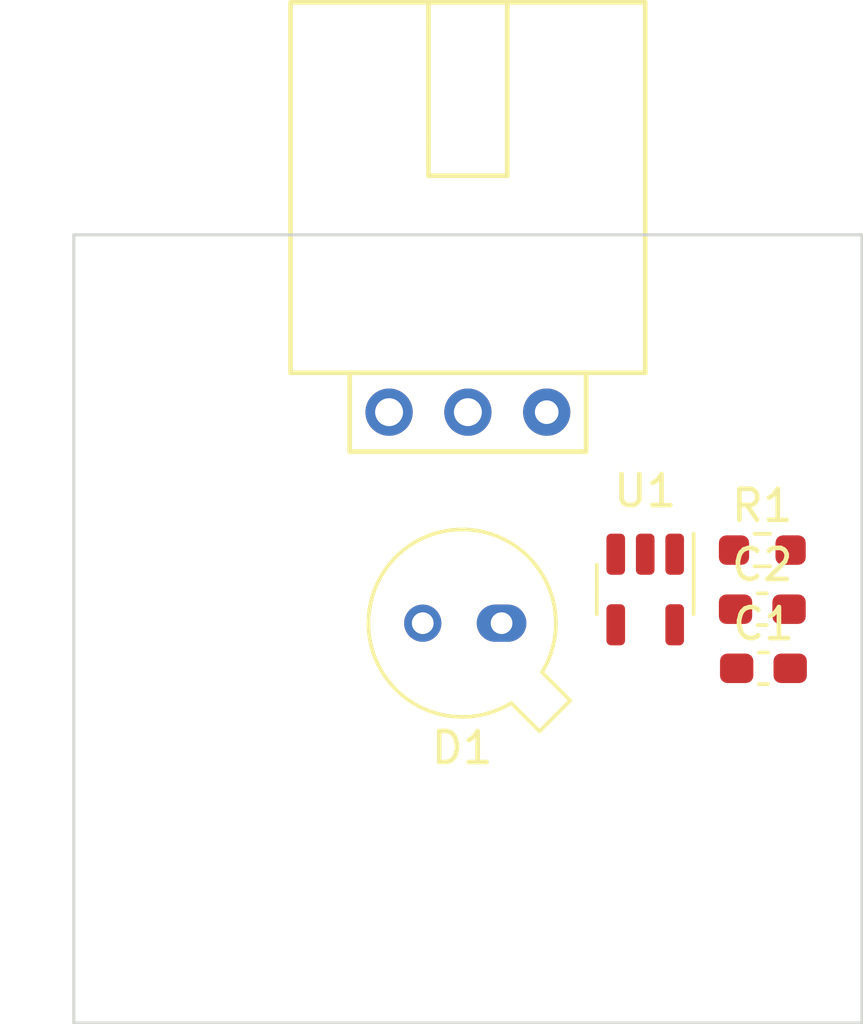
<source format=kicad_pcb>
(kicad_pcb (version 20211014) (generator pcbnew)
  (layers (0 "F.Cu" signal) (31 "B.Cu" signal) (34 "B.Paste" user) (35 "F.Paste" user) (36 "B.SilkS" user "B.Silkscreen") (37 "F.SilkS" user "F.Silkscreen") (38 "B.Mask" user) (39 "F.Mask" user) (44 "Edge.Cuts" user))
  (net 0 "")
  (net 1 "Net-(C1-Pad1)")
  (net 2 "Net-(C1-Pad2)")
  (net 3 "+5V")
  (net 4 "GND")
  (footprint "MRDT_Connectors:MOLEX_SL_03_Horizontal" (layer "F.Cu") (at 135.89 67.945)
    (fp_text reference "Conn1" hide)
    (fp_text value "Molex_SL_03")
    (fp_line (start 1.27 -8.89) (end 1.27 -7.62) (layer "F.SilkS") (width 0.15))
    (fp_line (start 8.255 -13.208) (end -3.175 -13.208) (layer "F.SilkS") (width 0.15))
    (fp_line (start 3.81 -7.62) (end 1.27 -7.62) (layer "F.SilkS") (width 0.15))
    (fp_line (start 6.35 -1.27) (end 6.35 1.27) (layer "F.SilkS") (width 0.15))
    (fp_line (start -3.175 -1.27) (end -3.175 -13.208) (layer "F.SilkS") (width 0.15))
    (fp_line (start 8.255 -1.27) (end -1.27 -1.27) (layer "F.SilkS") (width 0.15))
    (fp_line (start -1.27 1.27) (end -1.27 -1.27) (layer "F.SilkS") (width 0.15))
    (fp_line (start 8.255 -1.27) (end 8.255 -13.208) (layer "F.SilkS") (width 0.15))
    (fp_line (start 3.81 -13.208) (end 3.81 -7.62) (layer "F.SilkS") (width 0.15))
    (fp_line (start 1.27 -8.89) (end 1.27 -12.7) (layer "F.SilkS") (width 0.15))
    (fp_line (start 1.27 -13.208) (end 1.27 -12.7) (layer "F.SilkS") (width 0.15))
    (fp_line (start 6.35 1.27) (end -1.27 1.27) (layer "F.SilkS") (width 0.15))
    (fp_line (start -1.27 -1.27) (end -3.175 -1.27) (layer "F.SilkS") (width 0.15))
    (pad "" np_thru_hole circle locked (at 6.35 -8.636) (size 3.45 3.45) (drill 3.45) (layers *.Cu *.Mask))
    (pad "" np_thru_hole circle locked (at -1.27 -8.636) (size 3.45 3.45) (drill 3.45) (layers *.Cu *.Mask))
    (pad "1" thru_hole circle locked (at 0 0) (size 1.524 1.524) (drill 0.9) (layers *.Cu *.Mask) (net 3 "+5V"))
    (pad "2" thru_hole circle locked (at 2.54 0) (size 1.524 1.524) (drill 0.9) (layers *.Cu *.Mask) (net 4 "GND"))
    (pad "3" thru_hole circle locked (at 5.08 0) (size 1.524 1.524) (drill 0.762) (layers *.Cu *.Mask) (net 2 "Net-(C1-Pad2)"))
  )
  (footprint "Package_TO_SOT_THT:TO-18-2" (layer "F.Cu") (at 139.515276 74.745276 180)
    (fp_text reference "D1" (at 1.27 -4.02) (layer "F.SilkS"))
    (fp_text value "D_Photo")
    (fp_line (start -2.214448 -2.494499) (end -1.302281 -1.582331) (layer "F.SilkS") (width 0.12))
    (fp_line (start -0.312331 -2.572281) (end -1.224499 -3.484448) (layer "F.SilkS") (width 0.12))
    (fp_line (start -1.224499 -3.484448) (end -2.214448 -2.494499) (layer "F.SilkS") (width 0.12))
    (fp_arc (start -0.312331 -2.572281) (mid 3.405374 2.135551) (end -1.30215 -1.582544) (layer "F.SilkS") (width 0.12))
    (pad "1" thru_hole oval (at 0 0 180) (size 1.6 1.2) (drill 0.7) (layers *.Cu *.Mask) (net 1 "Net-(C1-Pad1)"))
    (pad "2" thru_hole oval (at 2.54 0 180) (size 1.2 1.2) (drill 0.7) (layers *.Cu *.Mask) (net 4 "GND"))
  )
  (footprint "Capacitor_SMD:C_0603_1608Metric_Pad1.08x0.95mm_HandSolder" (layer "F.Cu") (at 147.955 76.2)
    (fp_text reference "C1" (at 0 -1.43) (layer "F.SilkS"))
    (fp_text value "22 uF")
    (fp_line (start -0.146267 -0.51) (end 0.146267 -0.51) (layer "F.SilkS") (width 0.12))
    (fp_line (start -0.146267 0.51) (end 0.146267 0.51) (layer "F.SilkS") (width 0.12))
    (pad "1" smd roundrect (at -0.8625 0) (size 1.075 0.95) (layers "F.Cu" "F.Paste" "F.Mask") (net 1 "Net-(C1-Pad1)"))
    (pad "2" smd roundrect (at 0.8625 0) (size 1.075 0.95) (layers "F.Cu" "F.Paste" "F.Mask") (net 2 "Net-(C1-Pad2)"))
  )
  (footprint "Resistor_SMD:R_0603_1608Metric_Pad0.98x0.95mm_HandSolder" (layer "F.Cu") (at 147.918 72.39)
    (fp_text reference "R1" (at 0 -1.43) (layer "F.SilkS"))
    (fp_text value "330")
    (fp_line (start -0.254724 -0.5225) (end 0.254724 -0.5225) (layer "F.SilkS") (width 0.12))
    (fp_line (start -0.254724 0.5225) (end 0.254724 0.5225) (layer "F.SilkS") (width 0.12))
    (pad "1" smd roundrect (at -0.9125 0) (size 0.975 0.95) (layers "F.Cu" "F.Paste" "F.Mask") (net 1 "Net-(C1-Pad1)"))
    (pad "2" smd roundrect (at 0.9125 0) (size 0.975 0.95) (layers "F.Cu" "F.Paste" "F.Mask") (net 2 "Net-(C1-Pad2)"))
  )
  (footprint "Package_TO_SOT_SMD:SOT-23-5" (layer "F.Cu") (at 144.145 73.66 -90)
    (fp_text reference "U1" (at -3.175 0 180) (layer "F.SilkS"))
    (fp_text value "OPA333xxDBV")
    (fp_line (start 0 1.56) (end 0.8 1.56) (layer "F.SilkS") (width 0.12))
    (fp_line (start 0 -1.56) (end -1.8 -1.56) (layer "F.SilkS") (width 0.12))
    (fp_line (start 0 1.56) (end -0.8 1.56) (layer "F.SilkS") (width 0.12))
    (fp_line (start 0 -1.56) (end 0.8 -1.56) (layer "F.SilkS") (width 0.12))
    (pad "1" smd roundrect (at -1.1375 -0.95 270) (size 1.325 0.6) (layers "F.Cu" "F.Paste" "F.Mask") (net 2 "Net-(C1-Pad2)"))
    (pad "2" smd roundrect (at -1.1375 0 270) (size 1.325 0.6) (layers "F.Cu" "F.Paste" "F.Mask") (net 4 "GND"))
    (pad "3" smd roundrect (at -1.1375 0.95 270) (size 1.325 0.6) (layers "F.Cu" "F.Paste" "F.Mask") (net 4 "GND"))
    (pad "4" smd roundrect (at 1.1375 0.95 270) (size 1.325 0.6) (layers "F.Cu" "F.Paste" "F.Mask") (net 1 "Net-(C1-Pad1)"))
    (pad "5" smd roundrect (at 1.1375 -0.95 270) (size 1.325 0.6) (layers "F.Cu" "F.Paste" "F.Mask") (net 3 "+5V"))
  )
  (footprint "Capacitor_SMD:C_0603_1608Metric_Pad1.08x0.95mm_HandSolder" (layer "F.Cu") (at 147.918 74.295)
    (fp_text reference "C2" (at 0 -1.43) (layer "F.SilkS"))
    (fp_text value "10 uF")
    (fp_line (start -0.146267 0.51) (end 0.146267 0.51) (layer "F.SilkS") (width 0.12))
    (fp_line (start -0.146267 -0.51) (end 0.146267 -0.51) (layer "F.SilkS") (width 0.12))
    (pad "1" smd roundrect (at -0.8625 0) (size 1.075 0.95) (layers "F.Cu" "F.Paste" "F.Mask") (net 1 "Net-(C1-Pad1)"))
    (pad "2" smd roundrect (at 0.8625 0) (size 1.075 0.95) (layers "F.Cu" "F.Paste" "F.Mask") (net 2 "Net-(C1-Pad2)"))
  )
  (gr_line (start 151.13 87.63) (end 125.73 87.63) (layer "Edge.Cuts") (width 0.1))
  (gr_line (start 125.73 62.23) (end 151.13 62.23) (layer "Edge.Cuts") (width 0.1))
  (gr_line (start 125.73 87.63) (end 125.73 62.23) (layer "Edge.Cuts") (width 0.1))
  (gr_line (start 151.13 62.23) (end 151.13 87.63) (layer "Edge.Cuts") (width 0.1))
)
</source>
